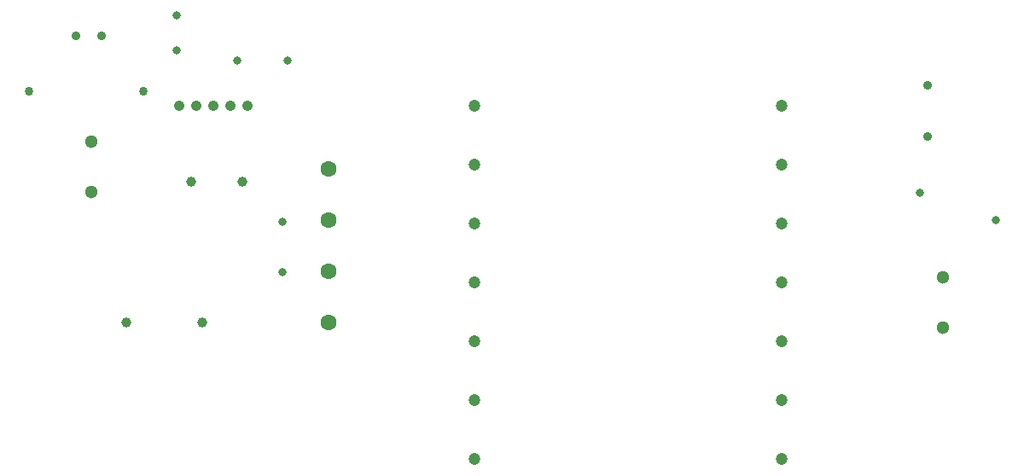
<source format=gbr>
%TF.GenerationSoftware,KiCad,Pcbnew,9.0.7-9.0.7~ubuntu24.04.1*%
%TF.CreationDate,2026-02-08T18:37:26+03:00*%
%TF.ProjectId,Linear_PowerSup_v1,4c696e65-6172-45f5-906f-776572537570,rev?*%
%TF.SameCoordinates,Original*%
%TF.FileFunction,Plated,1,2,PTH,Drill*%
%TF.FilePolarity,Positive*%
%FSLAX46Y46*%
G04 Gerber Fmt 4.6, Leading zero omitted, Abs format (unit mm)*
G04 Created by KiCad (PCBNEW 9.0.7-9.0.7~ubuntu24.04.1) date 2026-02-08 18:37:26*
%MOMM*%
%LPD*%
G01*
G04 APERTURE LIST*
%TA.AperFunction,ComponentDrill*%
%ADD10C,0.800000*%
%TD*%
%TA.AperFunction,ComponentDrill*%
%ADD11C,0.863600*%
%TD*%
%TA.AperFunction,ComponentDrill*%
%ADD12C,0.900000*%
%TD*%
%TA.AperFunction,ComponentDrill*%
%ADD13C,1.000000*%
%TD*%
%TA.AperFunction,ComponentDrill*%
%ADD14C,1.060000*%
%TD*%
%TA.AperFunction,ComponentDrill*%
%ADD15C,1.200000*%
%TD*%
%TA.AperFunction,ComponentDrill*%
%ADD16C,1.300000*%
%TD*%
%TA.AperFunction,ComponentDrill*%
%ADD17C,1.600000*%
%TD*%
G04 APERTURE END LIST*
D10*
%TO.C,C3*%
X88500000Y-66000000D03*
X88500000Y-69500000D03*
%TO.C,C2*%
X94500000Y-70500000D03*
%TO.C,C4*%
X99000000Y-86500000D03*
X99000000Y-91500000D03*
%TO.C,C2*%
X99500000Y-70500000D03*
%TO.C,RV1*%
X162250000Y-83650000D03*
X169750000Y-86350000D03*
D11*
%TO.C,R1*%
X73797700Y-73500000D03*
X85202300Y-73500000D03*
D12*
%TO.C,D2*%
X78460000Y-68000000D03*
X81000000Y-68000000D03*
%TO.C,F1*%
X163000000Y-72920000D03*
X163000000Y-78000000D03*
D13*
%TO.C,C1*%
X83500000Y-96500000D03*
%TO.C,F2*%
X89920000Y-82490000D03*
%TO.C,C1*%
X91000000Y-96500000D03*
%TO.C,F2*%
X95000000Y-82500000D03*
D14*
%TO.C,U1*%
X88700000Y-75000000D03*
X90400000Y-75000000D03*
X92100000Y-75000000D03*
X93800000Y-75000000D03*
X95500000Y-75000000D03*
D15*
%TO.C,TR1*%
X118000000Y-75000000D03*
X118000000Y-80830000D03*
X118000000Y-86660000D03*
X118000000Y-98320000D03*
X118000000Y-104150000D03*
X118000000Y-110000000D03*
X118000686Y-92489964D03*
X148459835Y-74999590D03*
X148469939Y-80830000D03*
X148469939Y-86660000D03*
X148475000Y-92500000D03*
X148485095Y-98325000D03*
X148485095Y-104150000D03*
X148490165Y-110000410D03*
D16*
%TO.C,J2*%
X80000000Y-78500000D03*
X80000000Y-83500000D03*
%TO.C,J1*%
X164500000Y-92000000D03*
X164500000Y-97000000D03*
D17*
%TO.C,D1*%
X103500000Y-81260000D03*
X103500000Y-86340000D03*
X103500000Y-91420000D03*
X103500000Y-96500000D03*
M02*

</source>
